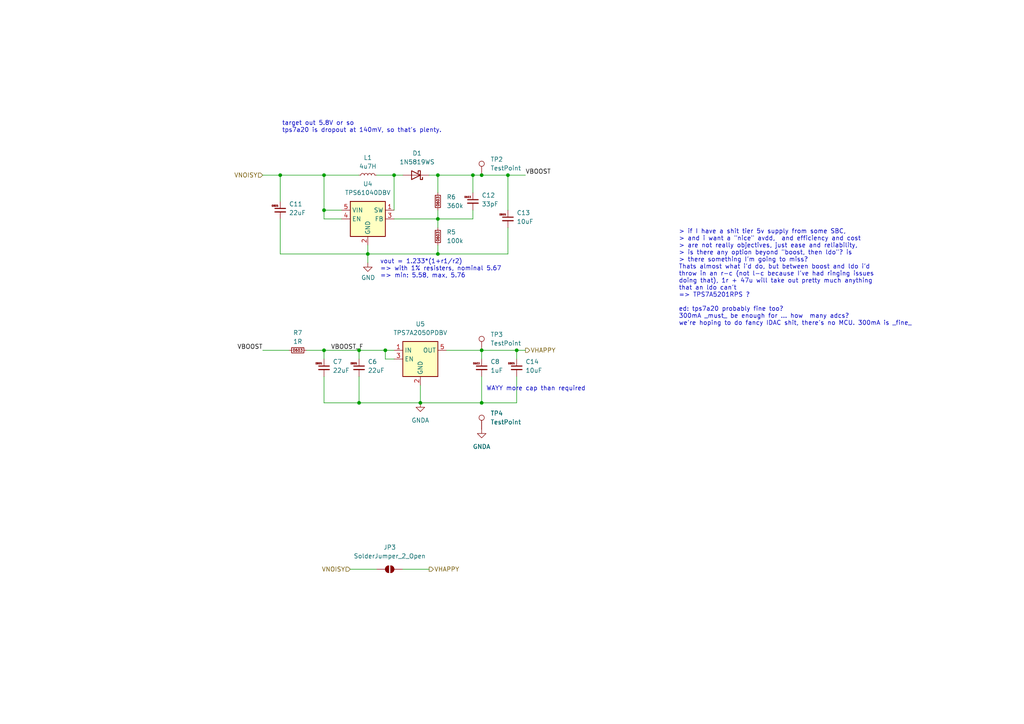
<source format=kicad_sch>
(kicad_sch (version 20250114) (generator "eeschema") (generator_version "9.0")
  (paper "A4")
  (lib_symbols
    (symbol "Connector:TestPoint" (pin_numbers (hide yes)) (pin_names (offset 0.762) (hide yes))
      (property "Reference" "TP" (at 0 6.858 0))
      (property "Value" "TestPoint" (at 0 5.08 0))
      (symbol "TestPoint_0_1"
        (circle (center 0 3.302) (radius 0.762))
      )
      (symbol "TestPoint_1_1"
        (pin passive line (at 0 0 90) (length 2.54) (name "1") (number "1"))
      )
    )
    (symbol "Device:L_Small" (pin_numbers (hide yes)) (pin_names (offset 0.254) (hide yes))
      (property "Reference" "L" (at 0.762 1.016 0))
      (property "Value" "L_Small" (at 0.762 -1.016 0))
      (symbol "L_Small_0_1"
        (arc (start 0 2.032) (mid 0.5058 1.524) (end 0 1.016))
        (arc (start 0 1.016) (mid 0.5058 0.508) (end 0 0))
        (arc (start 0 0) (mid 0.5058 -0.508) (end 0 -1.016))
        (arc (start 0 -1.016) (mid 0.5058 -1.524) (end 0 -2.032))
      )
      (symbol "L_Small_1_1"
        (pin passive line (at 0 2.54 270) (length 0.508) (name "~") (number "1"))
        (pin passive line (at 0 -2.54 90) (length 0.508) (name "~") (number "2"))
      )
    )
    (symbol "Diode:1N5819WS" (pin_numbers (hide yes)) (pin_names (offset 1.016) (hide yes))
      (property "Reference" "D" (at 0 2.54 0))
      (property "Value" "1N5819WS" (at 0 -2.54 0))
      (symbol "1N5819WS_0_1"
        (polyline (pts (xy -1.905 0.635) (xy -1.905 1.27) (xy -1.27 1.27) (xy -1.27 -1.27) (xy -0.635 -1.27) (xy -0.635 -0.635)) (stroke (width 0.254)))
        (polyline (pts (xy 1.27 1.27) (xy 1.27 -1.27) (xy -1.27 0) (xy 1.27 1.27)) (stroke (width 0.254)))
        (polyline (pts (xy 1.27 0) (xy -1.27 0)))
      )
      (symbol "1N5819WS_1_1"
        (pin passive line (at -3.81 0 0) (length 2.54) (name "K") (number "1"))
        (pin passive line (at 3.81 0 180) (length 2.54) (name "A") (number "2"))
      )
    )
    (symbol "Jumper:SolderJumper_2_Open" (pin_numbers (hide yes)) (pin_names (offset 0) (hide yes)) (in_bom no)
      (property "Reference" "JP" (at 0 2.032 0))
      (property "Value" "SolderJumper_2_Open" (at 0 -2.54 0))
      (symbol "SolderJumper_2_Open_0_1"
        (polyline (pts (xy -0.254 1.016) (xy -0.254 -1.016)))
        (arc (start -0.254 -1.016) (mid -1.2656 0) (end -0.254 1.016))
        (arc (start -0.254 -1.016) (mid -1.2656 0) (end -0.254 1.016) (fill (type outline)))
        (arc (start 0.254 1.016) (mid 1.2656 0) (end 0.254 -1.016))
        (arc (start 0.254 1.016) (mid 1.2656 0) (end 0.254 -1.016) (fill (type outline)))
        (polyline (pts (xy 0.254 1.016) (xy 0.254 -1.016)))
      )
      (symbol "SolderJumper_2_Open_1_1"
        (pin passive line (at -3.81 0 0) (length 2.54) (name "A") (number "1"))
        (pin passive line (at 3.81 0 180) (length 2.54) (name "B") (number "2"))
      )
    )
    (symbol "Regulator_Linear:TPS7A0515PDBV"
      (property "Reference" "U" (at -3.81 6.35 0))
      (property "Value" "TPS7A0515PDBV" (at 6.35 6.35 0))
      (symbol "TPS7A0515PDBV_0_1"
        (rectangle (start -5.08 -5.08) (end 5.08 5.08) (stroke (width 0.254)) (fill (type background)))
        (pin power_in line (at -7.62 2.54 0) (length 2.54) (name "IN") (number "1"))
        (pin input line (at -7.62 0 0) (length 2.54) (name "EN") (number "3"))
        (pin power_in line (at 0 -7.62 90) (length 2.54) (name "GND") (number "2"))
        (pin no_connect line (at 5.08 0 180) (length 2.54) (hide yes) (name "NC") (number "4"))
        (pin power_out line (at 7.62 2.54 180) (length 2.54) (name "OUT") (number "5"))
      )
    )
    (symbol "Regulator_Switching:TPS61040DBV"
      (property "Reference" "U" (at -5.08 6.35 0))
      (property "Value" "TPS61040DBV" (at 0 6.35 0))
      (symbol "TPS61040DBV_0_1"
        (rectangle (start -5.08 5.08) (end 5.08 -5.08) (stroke (width 0.254)) (fill (type background)))
      )
      (symbol "TPS61040DBV_1_1"
        (pin power_in line (at -7.62 2.54 0) (length 2.54) (name "VIN") (number "5"))
        (pin input line (at -7.62 0 0) (length 2.54) (name "EN") (number "4"))
        (pin power_in line (at 0 -7.62 90) (length 2.54) (name "GND") (number "2"))
        (pin power_out line (at 7.62 2.54 180) (length 2.54) (name "SW") (number "1"))
        (pin input line (at 7.62 0 180) (length 2.54) (name "FB") (number "3"))
      )
    )
    (symbol "karl-marel-atomics:KC0603_1uF" (pin_numbers (hide yes)) (pin_names (offset 0.254) (hide yes))
      (property "Reference" "C" (at 0.254 1.778 0))
      (property "Value" "1uF" (at 0.254 -2.032 0))
      (symbol "KC0603_1uF_0_1"
        (polyline (pts (xy -1.524 0.508) (xy 1.524 0.508)) (stroke (width 0.3048)))
        (polyline (pts (xy -1.524 -0.508) (xy 1.524 -0.508)) (stroke (width 0.3302)))
      )
      (symbol "KC0603_1uF_1_1"
        (text "0603" (at -1.524 1.27 0) (effects (font (size 0.508 0.508))))
        (pin passive line (at 0 2.54 270) (length 2.032) (name "~") (number "1"))
        (pin passive line (at 0 -2.54 90) (length 2.032) (name "~") (number "2"))
      )
    )
    (symbol "karl-marel-atomics:KC0603_33pF" (pin_numbers (hide yes)) (pin_names (offset 0.254) (hide yes))
      (property "Reference" "C" (at 0.254 1.778 0))
      (property "Value" "33pF" (at 0.254 -2.032 0))
      (symbol "KC0603_33pF_0_1"
        (polyline (pts (xy -1.524 0.508) (xy 1.524 0.508)) (stroke (width 0.3048)))
        (polyline (pts (xy -1.524 -0.508) (xy 1.524 -0.508)) (stroke (width 0.3302)))
      )
      (symbol "KC0603_33pF_1_1"
        (text "0603" (at -1.524 1.27 0) (effects (font (size 0.508 0.508))))
        (pin passive line (at 0 2.54 270) (length 2.032) (name "~") (number "1"))
        (pin passive line (at 0 -2.54 90) (length 2.032) (name "~") (number "2"))
      )
    )
    (symbol "karl-marel-atomics:KC0805_10uF_25V" (pin_numbers (hide yes)) (pin_names (offset 0.254) (hide yes))
      (property "Reference" "C" (at 0.254 1.778 0))
      (property "Value" "10uF" (at 0.254 -2.032 0))
      (symbol "KC0805_10uF_25V_0_1"
        (polyline (pts (xy -1.524 0.508) (xy 1.524 0.508)) (stroke (width 0.3048)))
        (polyline (pts (xy -1.524 -0.508) (xy 1.524 -0.508)) (stroke (width 0.3302)))
      )
      (symbol "KC0805_10uF_25V_1_1"
        (text "0805" (at -1.524 1.27 0) (effects (font (size 0.508 0.508))))
        (pin passive line (at 0 2.54 270) (length 2.032) (name "~") (number "1"))
        (pin passive line (at 0 -2.54 90) (length 2.032) (name "~") (number "2"))
      )
    )
    (symbol "karl-marel-atomics:KC0805_22uF_25V" (pin_numbers (hide yes)) (pin_names (offset 0.254) (hide yes))
      (property "Reference" "C" (at 0.254 1.778 0))
      (property "Value" "22uF" (at 0.254 -2.032 0))
      (symbol "KC0805_22uF_25V_0_1"
        (polyline (pts (xy -1.524 0.508) (xy 1.524 0.508)) (stroke (width 0.3048)))
        (polyline (pts (xy -1.524 -0.508) (xy 1.524 -0.508)) (stroke (width 0.3302)))
      )
      (symbol "KC0805_22uF_25V_1_1"
        (text "0805" (at -1.524 1.27 0) (effects (font (size 0.508 0.508))))
        (pin passive line (at 0 2.54 270) (length 2.032) (name "~") (number "1"))
        (pin passive line (at 0 -2.54 90) (length 2.032) (name "~") (number "2"))
      )
    )
    (symbol "karl-marel-atomics:KR0603_100k" (pin_numbers (hide yes)) (pin_names (offset 0.254) (hide yes))
      (property "Reference" "R" (at 0.762 0.508 0))
      (property "Value" "100k" (at 0.762 -1.016 0))
      (symbol "KR0603_100k_0_1"
        (rectangle (start -0.762 1.778) (end 0.762 -1.778) (stroke (width 0.2032)))
      )
      (symbol "KR0603_100k_1_1"
        (text "0603" (at 0 0 900) (effects (font (size 0.762 0.762))))
        (pin passive line (at 0 2.54 270) (length 0.762) (name "~") (number "1"))
        (pin passive line (at 0 -2.54 90) (length 0.762) (name "~") (number "2"))
      )
    )
    (symbol "karl-marel-atomics:KR0603_1R" (pin_numbers (hide yes)) (pin_names (offset 0.254) (hide yes))
      (property "Reference" "R" (at 0.762 0.508 0))
      (property "Value" "1R" (at 0.762 -1.016 0))
      (symbol "KR0603_1R_0_1"
        (rectangle (start -0.762 1.778) (end 0.762 -1.778) (stroke (width 0.2032)))
      )
      (symbol "KR0603_1R_1_1"
        (text "0603" (at 0 0 900) (effects (font (size 0.762 0.762))))
        (pin passive line (at 0 2.54 270) (length 0.762) (name "~") (number "1"))
        (pin passive line (at 0 -2.54 90) (length 0.762) (name "~") (number "2"))
      )
    )
    (symbol "karl-marel-atomics:KR0603_360k" (pin_numbers (hide yes)) (pin_names (offset 0.254) (hide yes))
      (property "Reference" "R" (at 0.762 0.508 0))
      (property "Value" "360k" (at 0.762 -1.016 0))
      (symbol "KR0603_360k_0_1"
        (rectangle (start -0.762 1.778) (end 0.762 -1.778) (stroke (width 0.2032)))
      )
      (symbol "KR0603_360k_1_1"
        (text "0603" (at 0 0 900) (effects (font (size 0.762 0.762))))
        (pin passive line (at 0 2.54 270) (length 0.762) (name "~") (number "1"))
        (pin passive line (at 0 -2.54 90) (length 0.762) (name "~") (number "2"))
      )
    )
    (symbol "power:GND" (power) (pin_numbers (hide yes)) (pin_names (offset 0) (hide yes))
      (property "Value" "GND" (at 0 -3.81 0))
      (symbol "GND_0_1"
        (polyline (pts (xy 0 0) (xy 0 -1.27) (xy 1.27 -1.27) (xy 0 -2.54) (xy -1.27 -1.27) (xy 0 -1.27)))
      )
      (symbol "GND_1_1"
        (pin power_in line (at 0 0 270) (length 0) (name "~") (number "1"))
      )
    )
    (symbol "power:GNDA" (power) (pin_numbers (hide yes)) (pin_names (offset 0) (hide yes))
      (property "Value" "GNDA" (at 0 -3.81 0))
      (symbol "GNDA_0_1"
        (polyline (pts (xy 0 0) (xy 0 -1.27) (xy 1.27 -1.27) (xy 0 -2.54) (xy -1.27 -1.27) (xy 0 -1.27)))
      )
      (symbol "GNDA_1_1"
        (pin power_in line (at 0 0 270) (length 0) (name "~") (number "1"))
      )
    )
  )
  (text "> if I have a shit tier 5v supply from some SBC, \n> and i want a \"nice\" avdd,  and efficiency and cost\n> are not really objectives, just ease and reliability,\n> is there any option beyond \"boost, then ldo\"? is\n> there something I'm going to miss?\nThats almost what i'd do, but between boost and ldo i'd\nthrow in an r-c (not l-c because I've had ringing issues\ndoing that), 1r + 47u will take out pretty much anything\nthat an ldo can't\n=> TPS7A5201RPS 👌\n\ned: tps7a20 probably fine too?\n300mA _must_ be enough for ... how  many adcs?\nwe're hoping to do fancy IDAC shit, there's no MCU. 300mA is _fine_\n" (at 196.85 80.518 0) (effects (font (size 1.27 1.27)) (justify left)))
  (text "vout = 1.233*(1+r1/r2)\n=> with 1% resisters, nominal 5.67\n=> min: 5.58, max, 5.76\n" (at 110.236 77.978 0) (effects (font (size 1.27 1.27)) (justify left)))
  (text "target out 5.8V or so\ntps7a20 is dropout at 140mV, so that's plenty.\n" (at 81.788 36.83 0) (effects (font (size 1.27 1.27)) (justify left)))
  (text "WAYY more cap than required" (at 155.448 112.776 0) (effects (font (size 1.27 1.27))))
  (junction (at 127 63.5))
  (junction (at 127 50.8))
  (junction (at 149.86 101.6))
  (junction (at 137.16 50.8))
  (junction (at 81.28 50.8))
  (junction (at 106.68 73.66))
  (junction (at 93.98 60.96))
  (junction (at 139.7 50.8))
  (junction (at 114.3 50.8))
  (junction (at 111.76 101.6))
  (junction (at 127 73.66))
  (junction (at 121.92 116.84))
  (junction (at 93.98 101.6))
  (junction (at 139.7 116.84))
  (junction (at 147.32 50.8))
  (junction (at 104.14 101.6))
  (junction (at 93.98 50.8))
  (junction (at 139.7 101.6))
  (junction (at 104.14 116.84))
  (wire (pts (xy 93.98 50.8) (xy 104.14 50.8)))
  (wire (pts (xy 127 71.12) (xy 127 73.66)))
  (wire (pts (xy 93.98 116.84) (xy 104.14 116.84)))
  (wire (pts (xy 129.54 101.6) (xy 139.7 101.6)))
  (wire (pts (xy 81.28 50.8) (xy 93.98 50.8)))
  (wire (pts (xy 76.2 50.8) (xy 81.28 50.8)))
  (wire (pts (xy 93.98 109.22) (xy 93.98 116.84)))
  (wire (pts (xy 88.9 101.6) (xy 93.98 101.6)))
  (wire (pts (xy 139.7 101.6) (xy 139.7 104.14)))
  (wire (pts (xy 106.68 73.66) (xy 127 73.66)))
  (wire (pts (xy 147.32 50.8) (xy 147.32 60.96)))
  (wire (pts (xy 147.32 50.8) (xy 152.4 50.8)))
  (wire (pts (xy 104.14 109.22) (xy 104.14 116.84)))
  (wire (pts (xy 99.06 60.96) (xy 93.98 60.96)))
  (wire (pts (xy 149.86 101.6) (xy 149.86 104.14)))
  (wire (pts (xy 111.76 101.6) (xy 114.3 101.6)))
  (wire (pts (xy 127 73.66) (xy 147.32 73.66)))
  (wire (pts (xy 81.28 73.66) (xy 106.68 73.66)))
  (wire (pts (xy 121.92 116.84) (xy 139.7 116.84)))
  (wire (pts (xy 139.7 50.8) (xy 147.32 50.8)))
  (wire (pts (xy 127 50.8) (xy 137.16 50.8)))
  (wire (pts (xy 137.16 50.8) (xy 139.7 50.8)))
  (wire (pts (xy 81.28 50.8) (xy 81.28 58.42)))
  (wire (pts (xy 106.68 71.12) (xy 106.68 73.66)))
  (wire (pts (xy 139.7 109.22) (xy 139.7 116.84)))
  (wire (pts (xy 137.16 60.96) (xy 137.16 63.5)))
  (wire (pts (xy 127 50.8) (xy 127 55.88)))
  (wire (pts (xy 114.3 63.5) (xy 127 63.5)))
  (wire (pts (xy 137.16 50.8) (xy 137.16 55.88)))
  (wire (pts (xy 149.86 116.84) (xy 139.7 116.84)))
  (wire (pts (xy 104.14 101.6) (xy 111.76 101.6)))
  (wire (pts (xy 127 66.04) (xy 127 63.5)))
  (wire (pts (xy 124.46 50.8) (xy 127 50.8)))
  (wire (pts (xy 106.68 73.66) (xy 106.68 76.2)))
  (wire (pts (xy 116.84 165.1) (xy 124.46 165.1)))
  (wire (pts (xy 76.2 101.6) (xy 83.82 101.6)))
  (wire (pts (xy 93.98 63.5) (xy 93.98 60.96)))
  (wire (pts (xy 111.76 101.6) (xy 111.76 104.14)))
  (wire (pts (xy 114.3 104.14) (xy 111.76 104.14)))
  (wire (pts (xy 149.86 109.22) (xy 149.86 116.84)))
  (wire (pts (xy 104.14 116.84) (xy 121.92 116.84)))
  (wire (pts (xy 81.28 63.5) (xy 81.28 73.66)))
  (wire (pts (xy 114.3 60.96) (xy 114.3 50.8)))
  (wire (pts (xy 114.3 50.8) (xy 116.84 50.8)))
  (wire (pts (xy 93.98 101.6) (xy 93.98 104.14)))
  (wire (pts (xy 93.98 101.6) (xy 104.14 101.6)))
  (wire (pts (xy 93.98 60.96) (xy 93.98 50.8)))
  (wire (pts (xy 99.06 63.5) (xy 93.98 63.5)))
  (wire (pts (xy 101.6 165.1) (xy 109.22 165.1)))
  (wire (pts (xy 109.22 50.8) (xy 114.3 50.8)))
  (wire (pts (xy 137.16 63.5) (xy 127 63.5)))
  (wire (pts (xy 104.14 101.6) (xy 104.14 104.14)))
  (wire (pts (xy 139.7 101.6) (xy 149.86 101.6)))
  (wire (pts (xy 147.32 66.04) (xy 147.32 73.66)))
  (wire (pts (xy 121.92 111.76) (xy 121.92 116.84)))
  (wire (pts (xy 127 60.96) (xy 127 63.5)))
  (wire (pts (xy 149.86 101.6) (xy 152.4 101.6)))
  (label "VBOOST" (at 76.2 101.6 180))
  (label "VBOOST" (at 152.4 50.8 0))
  (label "VBOOST_F" (at 105.41 101.6 180))
  (hierarchical_label "VNOISY" (shape input) (at 101.6 165.1 180))
  (hierarchical_label "VNOISY" (shape input) (at 76.2 50.8 180))
  (hierarchical_label "VHAPPY" (shape output) (at 124.46 165.1 0))
  (hierarchical_label "VHAPPY" (shape output) (at 152.4 101.6 0))
  (symbol (lib_id "Jumper:SolderJumper_2_Open") (at 113.03 165.1 0) (unit 1) (in_bom no)
    (property "Reference" "JP3" (at 113.03 158.75 0))
    (property "Value" "SolderJumper_2_Open" (at 113.03 161.29 0))
    (property "Footprint" "Jumper:SolderJumper-2_P1.3mm_Open_TrianglePad1.0x1.5mm" (effects (hide yes)))
    (property "Description" "Solder Jumper, 2-pole, open" (effects (hide yes)))
  )
  (symbol (lib_id "karl-marel-atomics:KR0603_360k") (at 127 58.42 0) (unit 1)
    (property "Reference" "R6" (at 129.54 57.1499 0) (effects (justify left)))
    (property "Value" "360k" (at 129.54 59.6899 0) (effects (justify left)))
    (property "Footprint" "Resistor_SMD:R_0603_1608Metric" (effects (hide yes)))
    (property "Description" "Resistor, 0603" (effects (hide yes)))
    (property "MPN" "0603WAF3603T5E" (effects (hide yes)))
    (property "LCSC Part #" "C23146" (effects (hide yes)))
    (property "jlcbasic" "basic" (effects (hide yes)))
  )
  (symbol (lib_id "karl-marel-atomics:KC0805_10uF_25V") (at 149.86 106.68 0) (unit 1)
    (property "Reference" "C14" (at 152.4 104.9071 0) (effects (justify left)))
    (property "Value" "10uF" (at 152.4 107.4471 0) (effects (justify left)))
    (property "Footprint" "Capacitor_SMD:C_0805_2012Metric" (effects (hide yes)))
    (property "Description" "25V, X5R" (effects (hide yes)))
    (property "MPN" "CL21A106KAYNNNE" (effects (hide yes)))
    (property "LCSC Part #" "C15850" (effects (hide yes)))
    (property "jlcbasic" "basic" (effects (hide yes)))
  )
  (symbol (lib_id "karl-marel-atomics:KC0805_22uF_25V") (at 81.28 60.96 0) (unit 1)
    (property "Reference" "C11" (at 83.82 59.1871 0) (effects (justify left)))
    (property "Value" "22uF" (at 83.82 61.7271 0) (effects (justify left)))
    (property "Footprint" "Capacitor_SMD:C_0805_2012Metric" (effects (hide yes)))
    (property "Description" "25V, X5R" (effects (hide yes)))
    (property "MPN" "CL21A226MAQNNNE" (effects (hide yes)))
    (property "LCSC Part #" "C45783" (effects (hide yes)))
    (property "jlcbasic" "basic" (effects (hide yes)))
  )
  (symbol (lib_id "karl-marel-atomics:KC0805_22uF_25V") (at 93.98 106.68 0) (unit 1)
    (property "Reference" "C7" (at 96.52 104.9071 0) (effects (justify left)))
    (property "Value" "22uF" (at 96.52 107.4471 0) (effects (justify left)))
    (property "Footprint" "Capacitor_SMD:C_0805_2012Metric" (effects (hide yes)))
    (property "Description" "25V, X5R" (effects (hide yes)))
    (property "MPN" "CL21A226MAQNNNE" (effects (hide yes)))
    (property "LCSC Part #" "C45783" (effects (hide yes)))
    (property "jlcbasic" "basic" (effects (hide yes)))
  )
  (symbol (lib_id "Connector:TestPoint") (at 139.7 50.8 0) (unit 1)
    (property "Reference" "TP2" (at 142.24 46.2279 0) (effects (justify left)))
    (property "Value" "TestPoint" (at 142.24 48.7679 0) (effects (justify left)))
    (property "Footprint" "TestPoint:TestPoint_THTPad_2.0x2.0mm_Drill1.0mm" (effects (hide yes)))
    (property "Description" "test point" (effects (hide yes)))
  )
  (symbol (lib_id "Regulator_Switching:TPS61040DBV") (at 106.68 63.5 0) (unit 1)
    (property "Reference" "U4" (at 106.68 53.34 0))
    (property "Value" "TPS61040DBV" (at 106.68 55.88 0))
    (property "Footprint" "Package_TO_SOT_SMD:SOT-23-5" (effects (hide yes)))
    (property "Datasheet" "http://www.ti.com/lit/ds/symlink/tps61040.pdf" (effects (hide yes)))
    (property "Description" "Synchronous Boost Regulator, Adjustable Output up to 28V, 400 mA Switch Current Limit, SOT-23-5" (effects (hide yes)))
    (property "LCSC Part #" "C7722" (effects (hide yes)))
    (property "MPN" "TPS61040DBVR" (effects (hide yes)))
    (property "jlcbasic" "extplus" (effects (hide yes)))
  )
  (symbol (lib_id "power:GNDA") (at 139.7 124.46 0) (unit 1)
    (property "Reference" "#PWR05" (effects (hide yes)))
    (property "Value" "GNDA" (at 139.7 129.54 0))
    (property "Description" "Power symbol creates a global label with name \"GNDA\" , analog ground" (effects (hide yes)))
  )
  (symbol (lib_id "Connector:TestPoint") (at 139.7 101.6 0) (unit 1)
    (property "Reference" "TP3" (at 142.24 97.0279 0) (effects (justify left)))
    (property "Value" "TestPoint" (at 142.24 99.5679 0) (effects (justify left)))
    (property "Footprint" "TestPoint:TestPoint_THTPad_2.0x2.0mm_Drill1.0mm" (effects (hide yes)))
    (property "Description" "test point" (effects (hide yes)))
  )
  (symbol (lib_id "karl-marel-atomics:KC0603_1uF") (at 139.7 106.68 0) (unit 1)
    (property "Reference" "C8" (at 142.24 104.9071 0) (effects (justify left)))
    (property "Value" "1uF" (at 142.24 107.4471 0) (effects (justify left)))
    (property "Footprint" "Capacitor_SMD:C_0603_1608Metric" (effects (hide yes)))
    (property "Description" "50V, X5R" (effects (hide yes)))
    (property "MPN" "CL10A105KB8NNNC" (effects (hide yes)))
    (property "LCSC Part #" "C15849" (effects (hide yes)))
    (property "jlcbasic" "basic" (effects (hide yes)))
  )
  (symbol (lib_id "power:GNDA") (at 121.92 116.84 0) (unit 1)
    (property "Reference" "#PWR014" (effects (hide yes)))
    (property "Value" "GNDA" (at 121.92 121.92 0))
    (property "Description" "Power symbol creates a global label with name \"GNDA\" , analog ground" (effects (hide yes)))
  )
  (symbol (lib_id "Diode:1N5819WS") (at 120.65 50.8 180) (unit 1)
    (property "Reference" "D1" (at 120.9675 44.45 0))
    (property "Value" "1N5819WS" (at 120.9675 46.99 0))
    (property "Footprint" "Diode_SMD:D_SOD-323" (effects (hide yes)))
    (property "Datasheet" "https://datasheet.lcsc.com/lcsc/2204281430_Guangdong-Hottech-1N5819WS_C191023.pdf" (effects (hide yes)))
    (property "Description" "40V 600mV@1A 1A SOD-323 Schottky Barrier Diodes, SOD-323" (effects (hide yes)))
    (property "MPN" "1N5819WS" (effects (hide yes)))
    (property "LCSC Part #" "C191023" (effects (hide yes)))
    (property "jlcbasic" "basic" (effects (hide yes)))
  )
  (symbol (lib_id "karl-marel-atomics:KR0603_1R") (at 86.36 101.6 90) (unit 1)
    (property "Reference" "R7" (at 86.36 96.52 90))
    (property "Value" "1R" (at 86.36 99.06 90))
    (property "Footprint" "Resistor_SMD:R_0603_1608Metric" (effects (hide yes)))
    (property "Description" "Resistor, 0603" (effects (hide yes)))
    (property "MPN" "0603WAF100KT5E" (effects (hide yes)))
    (property "LCSC Part #" "C22936" (effects (hide yes)))
    (property "jlcbasic" "basic" (effects (hide yes)))
  )
  (symbol (lib_id "power:GND") (at 106.68 76.2 0) (unit 1)
    (property "Reference" "#PWR013" (effects (hide yes)))
    (property "Value" "GND" (at 106.7943 80.5244 0))
    (property "Description" "Power symbol creates a global label with name \"GND\" , ground" (effects (hide yes)))
  )
  (symbol (lib_id "Device:L_Small") (at 106.68 50.8 90) (unit 1)
    (property "Reference" "L1" (at 106.68 45.72 90))
    (property "Value" "4u7H" (at 106.68 48.26 90))
    (property "Footprint" "Inductor_SMD:L_Changjiang_FNR4030S" (effects (hide yes)))
    (property "Description" "Inductor, small symbol" (effects (hide yes)))
    (property "LCSC Part #" "C167874" (effects (hide yes)))
    (property "MPN" "FNR4030S4R7MT" (effects (hide yes)))
    (property "jlcbasic" "0" (effects (hide yes)))
  )
  (symbol (lib_id "Connector:TestPoint") (at 139.7 124.46 0) (unit 1)
    (property "Reference" "TP4" (at 142.24 119.8879 0) (effects (justify left)))
    (property "Value" "TestPoint" (at 142.24 122.4279 0) (effects (justify left)))
    (property "Footprint" "TestPoint:TestPoint_THTPad_2.0x2.0mm_Drill1.0mm" (effects (hide yes)))
    (property "Description" "test point" (effects (hide yes)))
  )
  (symbol (lib_id "karl-marel-atomics:KR0603_100k") (at 127 68.58 0) (unit 1)
    (property "Reference" "R5" (at 129.54 67.3099 0) (effects (justify left)))
    (property "Value" "100k" (at 129.54 69.8499 0) (effects (justify left)))
    (property "Footprint" "Resistor_SMD:R_0603_1608Metric" (effects (hide yes)))
    (property "Description" "Resistor, 0603" (effects (hide yes)))
    (property "MPN" "0603WAF1003T5E" (effects (hide yes)))
    (property "LCSC Part #" "C25803" (effects (hide yes)))
    (property "jlcbasic" "basic" (effects (hide yes)))
  )
  (symbol (lib_id "karl-marel-atomics:KC0805_22uF_25V") (at 104.14 106.68 0) (unit 1)
    (property "Reference" "C6" (at 106.68 104.9071 0) (effects (justify left)))
    (property "Value" "22uF" (at 106.68 107.4471 0) (effects (justify left)))
    (property "Footprint" "Capacitor_SMD:C_0805_2012Metric" (effects (hide yes)))
    (property "Description" "25V, X5R" (effects (hide yes)))
    (property "MPN" "CL21A226MAQNNNE" (effects (hide yes)))
    (property "LCSC Part #" "C45783" (effects (hide yes)))
    (property "jlcbasic" "basic" (effects (hide yes)))
  )
  (symbol (lib_id "karl-marel-atomics:KC0805_10uF_25V") (at 147.32 63.5 0) (unit 1)
    (property "Reference" "C13" (at 149.86 61.7271 0) (effects (justify left)))
    (property "Value" "10uF" (at 149.86 64.2671 0) (effects (justify left)))
    (property "Footprint" "Capacitor_SMD:C_0805_2012Metric" (effects (hide yes)))
    (property "Description" "25V, X5R" (effects (hide yes)))
    (property "MPN" "CL21A106KAYNNNE" (effects (hide yes)))
    (property "LCSC Part #" "C15850" (effects (hide yes)))
    (property "jlcbasic" "basic" (effects (hide yes)))
  )
  (symbol (lib_id "Regulator_Linear:TPS7A0515PDBV") (at 121.92 104.14 0) (unit 1)
    (property "Reference" "U5" (at 121.92 93.98 0))
    (property "Value" "TPS7A2050PDBV" (at 121.92 96.52 0))
    (property "Footprint" "Package_TO_SOT_SMD:SOT-23-5" (effects (hide yes)))
    (property "Datasheet" "https://www.ti.com/lit/ds/symlink/tps7a05.pdf" (effects (hide yes)))
    (property "Description" "200-mA Ultra-Low-Iq LDO, 1.5V, SOT-23-5" (effects (hide yes)))
    (property "LCSC Part #" "C2864504" (effects (hide yes)))
    (property "MPN" "TPS7A2050PDBVR" (effects (hide yes)))
    (property "jlcbasic" "0" (effects (hide yes)))
  )
  (symbol (lib_id "karl-marel-atomics:KC0603_33pF") (at 137.16 58.42 0) (unit 1)
    (property "Reference" "C12" (at 139.7 56.6471 0) (effects (justify left)))
    (property "Value" "33pF" (at 139.7 59.1871 0) (effects (justify left)))
    (property "Footprint" "Capacitor_SMD:C_0603_1608Metric" (effects (hide yes)))
    (property "Description" "50V, X7R" (effects (hide yes)))
    (property "MPN" "CL10C330JB8NNNC" (effects (hide yes)))
    (property "LCSC Part #" "C1663" (effects (hide yes)))
    (property "jlcbasic" "basic" (effects (hide yes)))
  )
)
</source>
